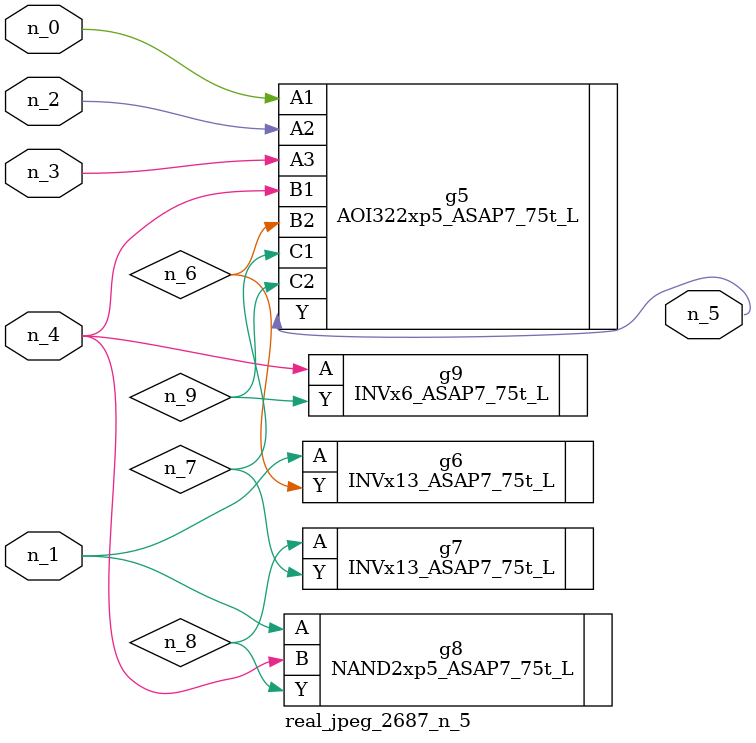
<source format=v>
module real_jpeg_2687_n_5 (n_4, n_0, n_1, n_2, n_3, n_5);

input n_4;
input n_0;
input n_1;
input n_2;
input n_3;

output n_5;

wire n_8;
wire n_6;
wire n_7;
wire n_9;

AOI322xp5_ASAP7_75t_L g5 ( 
.A1(n_0),
.A2(n_2),
.A3(n_3),
.B1(n_4),
.B2(n_6),
.C1(n_7),
.C2(n_9),
.Y(n_5)
);

INVx13_ASAP7_75t_L g6 ( 
.A(n_1),
.Y(n_6)
);

NAND2xp5_ASAP7_75t_L g8 ( 
.A(n_1),
.B(n_4),
.Y(n_8)
);

INVx6_ASAP7_75t_L g9 ( 
.A(n_4),
.Y(n_9)
);

INVx13_ASAP7_75t_L g7 ( 
.A(n_8),
.Y(n_7)
);


endmodule
</source>
